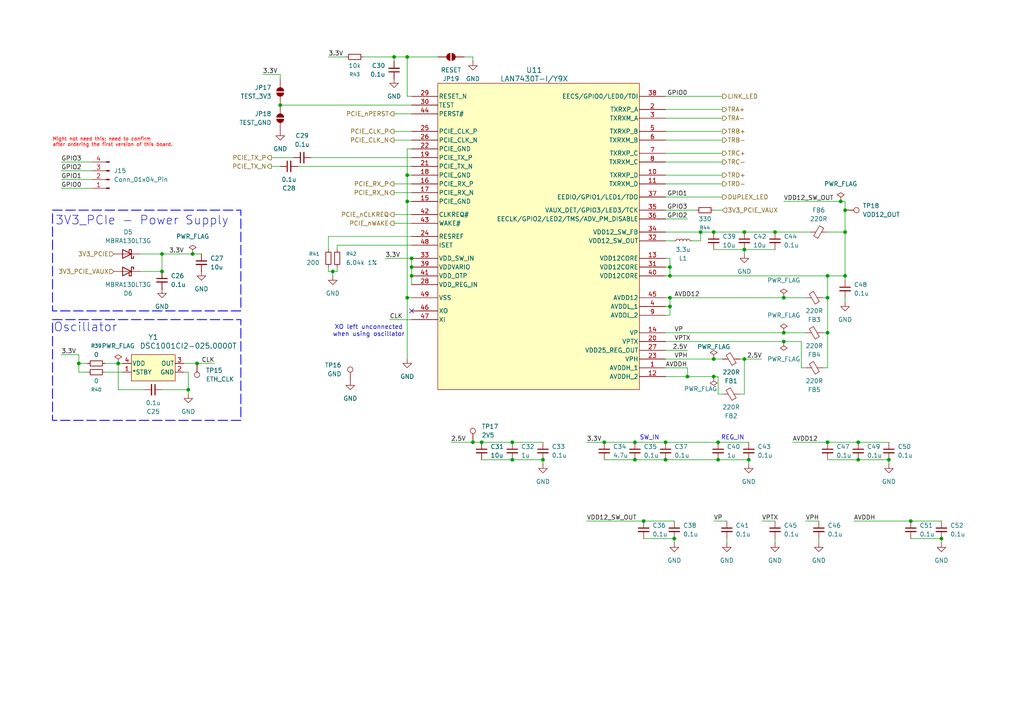
<source format=kicad_sch>
(kicad_sch (version 20250114) (generator "eeschema") (generator_version "9.0")
  (paper "A4")
  (title_block (title "PCIE-to-ethernet interface") (date "2025-10-18") (rev "0.1"))
  (lib_symbols
    (symbol "Connector:Conn_01x04_Pin" (pin_names (offset 1.016) (hide yes))
      (property "Reference" "J" (at 0 5.08 0))
      (property "Value" "Conn_01x04_Pin" (at 0 -7.62 0))
      (symbol "Conn_01x04_Pin_1_1"
        (rectangle (start 0.8636 2.667) (end 0 2.413) (stroke (width 0.1524)) (fill (type outline)))
        (rectangle (start 0.8636 0.127) (end 0 -0.127) (stroke (width 0.1524)) (fill (type outline)))
        (rectangle (start 0.8636 -2.413) (end 0 -2.667) (stroke (width 0.1524)) (fill (type outline)))
        (rectangle (start 0.8636 -4.953) (end 0 -5.207) (stroke (width 0.1524)) (fill (type outline)))
        (polyline (pts (xy 1.27 2.54) (xy 0.8636 2.54)) (stroke (width 0.1524)))
        (polyline (pts (xy 1.27 0) (xy 0.8636 0)) (stroke (width 0.1524)))
        (polyline (pts (xy 1.27 -2.54) (xy 0.8636 -2.54)) (stroke (width 0.1524)))
        (polyline (pts (xy 1.27 -5.08) (xy 0.8636 -5.08)) (stroke (width 0.1524)))
        (pin passive line (at 5.08 2.54 180) (length 3.81) (name "Pin_1") (number "1"))
        (pin passive line (at 5.08 0 180) (length 3.81) (name "Pin_2") (number "2"))
        (pin passive line (at 5.08 -2.54 180) (length 3.81) (name "Pin_3") (number "3"))
        (pin passive line (at 5.08 -5.08 180) (length 3.81) (name "Pin_4") (number "4"))
      )
    )
    (symbol "Connector:TestPoint" (pin_numbers (hide yes)) (pin_names (offset 0.762) (hide yes))
      (property "Reference" "TP" (at 0 6.858 0))
      (property "Value" "TestPoint" (at 0 5.08 0))
      (symbol "TestPoint_0_1"
        (circle (center 0 3.302) (radius 0.762))
      )
      (symbol "TestPoint_1_1"
        (pin passive line (at 0 0 90) (length 2.54) (name "1") (number "1"))
      )
    )
    (symbol "Device:C_Small" (pin_numbers (hide yes)) (pin_names (offset 0.254) (hide yes))
      (property "Reference" "C" (at 0.254 1.778 0))
      (property "Value" "C_Small" (at 0.254 -2.032 0))
      (symbol "C_Small_0_1"
        (polyline (pts (xy -1.524 0.508) (xy 1.524 0.508)) (stroke (width 0.3048)))
        (polyline (pts (xy -1.524 -0.508) (xy 1.524 -0.508)) (stroke (width 0.3302)))
      )
      (symbol "C_Small_1_1"
        (pin passive line (at 0 2.54 270) (length 2.032) (name "~") (number "1"))
        (pin passive line (at 0 -2.54 90) (length 2.032) (name "~") (number "2"))
      )
    )
    (symbol "Device:D_Schottky" (pin_numbers (hide yes)) (pin_names (offset 1.016) (hide yes))
      (property "Reference" "D" (at 0 2.54 0))
      (property "Value" "D_Schottky" (at 0 -2.54 0))
      (symbol "D_Schottky_0_1"
        (polyline (pts (xy -1.905 0.635) (xy -1.905 1.27) (xy -1.27 1.27) (xy -1.27 -1.27) (xy -0.635 -1.27) (xy -0.635 -0.635)) (stroke (width 0.254)))
        (polyline (pts (xy 1.27 1.27) (xy 1.27 -1.27) (xy -1.27 0) (xy 1.27 1.27)) (stroke (width 0.254)))
        (polyline (pts (xy 1.27 0) (xy -1.27 0)))
      )
      (symbol "D_Schottky_1_1"
        (pin passive line (at -3.81 0 0) (length 2.54) (name "K") (number "1"))
        (pin passive line (at 3.81 0 180) (length 2.54) (name "A") (number "2"))
      )
    )
    (symbol "Device:FerriteBead_Small" (pin_numbers (hide yes)) (pin_names (offset 0))
      (property "Reference" "FB" (at 1.905 1.27 0))
      (property "Value" "FerriteBead_Small" (at 1.905 -1.27 0))
      (symbol "FerriteBead_Small_0_1"
        (polyline (pts (xy -1.8288 0.2794) (xy -1.1176 1.4986) (xy 1.8288 -0.2032) (xy 1.1176 -1.4224) (xy -1.8288 0.2794)))
        (polyline (pts (xy 0 0.889) (xy 0 1.2954)))
        (polyline (pts (xy 0 -1.27) (xy 0 -0.7874)))
      )
      (symbol "FerriteBead_Small_1_1"
        (pin passive line (at 0 2.54 270) (length 1.27) (name "~") (number "1"))
        (pin passive line (at 0 -2.54 90) (length 1.27) (name "~") (number "2"))
      )
    )
    (symbol "Device:L_Small" (pin_numbers (hide yes)) (pin_names (offset 0.254) (hide yes))
      (property "Reference" "L" (at 0.762 1.016 0))
      (property "Value" "L_Small" (at 0.762 -1.016 0))
      (symbol "L_Small_0_1"
        (arc (start 0 2.032) (mid 0.5058 1.524) (end 0 1.016))
        (arc (start 0 1.016) (mid 0.5058 0.508) (end 0 0))
        (arc (start 0 0) (mid 0.5058 -0.508) (end 0 -1.016))
        (arc (start 0 -1.016) (mid 0.5058 -1.524) (end 0 -2.032))
      )
      (symbol "L_Small_1_1"
        (pin passive line (at 0 2.54 270) (length 0.508) (name "~") (number "1"))
        (pin passive line (at 0 -2.54 90) (length 0.508) (name "~") (number "2"))
      )
    )
    (symbol "Device:R_Small" (pin_numbers (hide yes)) (pin_names (offset 0.254) (hide yes))
      (property "Reference" "R" (at 0 0 90))
      (property "Value" "R_Small" (at 1.778 0 90))
      (symbol "R_Small_0_1"
        (rectangle (start -0.762 1.778) (end 0.762 -1.778) (stroke (width 0.2032)))
      )
      (symbol "R_Small_1_1"
        (pin passive line (at 0 2.54 270) (length 0.762) (name "~") (number "1"))
        (pin passive line (at 0 -2.54 90) (length 0.762) (name "~") (number "2"))
      )
    )
    (symbol "Jumper:SolderJumper_2_Open" (pin_numbers (hide yes)) (pin_names (offset 0) (hide yes)) (in_bom no)
      (property "Reference" "JP" (at 0 2.032 0))
      (property "Value" "SolderJumper_2_Open" (at 0 -2.54 0))
      (symbol "SolderJumper_2_Open_0_1"
        (polyline (pts (xy -0.254 1.016) (xy -0.254 -1.016)))
        (arc (start -0.254 -1.016) (mid -1.2656 0) (end -0.254 1.016))
        (arc (start -0.254 -1.016) (mid -1.2656 0) (end -0.254 1.016) (fill (type outline)))
        (arc (start 0.254 1.016) (mid 1.2656 0) (end 0.254 -1.016))
        (arc (start 0.254 1.016) (mid 1.2656 0) (end 0.254 -1.016) (fill (type outline)))
        (polyline (pts (xy 0.254 1.016) (xy 0.254 -1.016)))
      )
      (symbol "SolderJumper_2_Open_1_1"
        (pin passive line (at -3.81 0 0) (length 2.54) (name "A") (number "1"))
        (pin passive line (at 3.81 0 180) (length 2.54) (name "B") (number "2"))
      )
    )
    (symbol "fc-board:DSC1001CI2-025.0000T" (pin_names (offset 0.254))
      (property "Reference" "Y" (at 0 7.62 0))
      (property "Value" "DSC1001CI2-025.0000T" (at 0 5.08 0))
      (symbol "DSC1001CI2-025.0000T_1_1"
        (rectangle (start -6.35 3.81) (end 6.35 -3.81) (fill (type background)))
        (pin power_in line (at -8.89 1.27 0) (length 2.54) (name "VDD") (number "4"))
        (pin input line (at -8.89 -1.27 0) (length 2.54) (name "*STBY") (number "1"))
        (pin output line (at 8.89 1.27 180) (length 2.54) (name "OUT") (number "3"))
        (pin power_out line (at 8.89 -1.27 180) (length 2.54) (name "GND") (number "2"))
      )
    )
    (symbol "fc-board:LAN7430T-I_Y9X" (pin_names (offset 0.254))
      (property "Reference" "U" (at 0 36.83 0))
      (property "Value" "LAN7430T-I/Y9X" (at 0 34.29 0))
      (symbol "LAN7430T-I_Y9X_0_1"
        (pin input line (at -36.83 29.21 0) (length 7.62) (name "RESET_N") (number "29"))
        (pin input line (at -36.83 26.67 0) (length 7.62) (name "TEST") (number "30"))
        (pin input line (at -36.83 24.13 0) (length 7.62) (name "PERST#") (number "44"))
        (pin bidirectional line (at -36.83 -5.08 0) (length 7.62) (name "CLKREQ#") (number "42"))
        (pin bidirectional line (at -36.83 -7.62 0) (length 7.62) (name "WAKE#") (number "43"))
        (pin power_in line (at -36.83 -17.78 0) (length 7.62) (name "VDD_SW_IN") (number "33"))
        (pin power_in line (at -36.83 -20.32 0) (length 7.62) (name "VDDVARIO") (number "39"))
        (pin power_in line (at -36.83 -22.86 0) (length 7.62) (name "VDD_OTP") (number "41"))
        (pin power_in line (at -36.83 -25.4 0) (length 7.62) (name "VDD_REG_IN") (number "28"))
        (pin output line (at -36.83 -33.02 0) (length 7.62) (name "XO") (number "46"))
        (pin input line (at -36.83 -35.56 0) (length 7.62) (name "XI") (number "47"))
        (pin bidirectional line (at 36.83 29.21 180) (length 7.62) (name "EECS/GPIO0/LED0/TDI") (number "38"))
        (pin bidirectional line (at 36.83 0 180) (length 7.62) (name "EEDIO/GPIO1/LED1/TDO") (number "37"))
        (pin bidirectional line (at 36.83 -3.81 180) (length 7.62) (name "VAUX_DET/GPIO3/LED3/TCK") (number "35"))
        (pin bidirectional line (at 36.83 -6.35 180) (length 7.62) (name "EECLK/GPIO2/LED2/TMS/ADV_PM_DISABLE") (number "36"))
        (pin power_in line (at 36.83 -17.78 180) (length 7.62) (name "VDD12CORE") (number "13"))
        (pin power_in line (at 36.83 -20.32 180) (length 7.62) (name "VDD12CORE") (number "31"))
        (pin power_in line (at 36.83 -22.86 180) (length 7.62) (name "VDD12CORE") (number "40"))
        (pin power_in line (at 36.83 -29.21 180) (length 7.62) (name "AVDD12") (number "45"))
        (pin power_in line (at 36.83 -31.75 180) (length 7.62) (name "AVDDL_1") (number "4"))
        (pin power_in line (at 36.83 -34.29 180) (length 7.62) (name "AVDDL_2") (number "9"))
        (pin power_in line (at 36.83 -39.37 180) (length 7.62) (name "VP") (number "14"))
        (pin power_in line (at 36.83 -41.91 180) (length 7.62) (name "VPTX") (number "20"))
        (pin power_in line (at 36.83 -46.99 180) (length 7.62) (name "VPH") (number "23"))
        (pin power_in line (at 36.83 -49.53 180) (length 7.62) (name "AVDDH_1") (number "1"))
        (pin power_in line (at 36.83 -52.07 180) (length 7.62) (name "AVDDH_2") (number "12"))
      )
      (symbol "LAN7430T-I_Y9X_1_1"
        (rectangle (start -29.21 33.02) (end 29.21 -55.88) (fill (type background)))
        (pin passive line (at -36.83 19.05 0) (length 7.62) (name "PCIE_CLK_P") (number "25"))
        (pin passive line (at -36.83 16.51 0) (length 7.62) (name "PCIE_CLK_N") (number "26"))
        (pin power_in line (at -36.83 13.97 0) (length 7.62) (name "PCIE_GND") (number "22"))
        (pin passive line (at -36.83 11.43 0) (length 7.62) (name "PCIE_TX_P") (number "19"))
        (pin passive line (at -36.83 8.89 0) (length 7.62) (name "PCIE_TX_N") (number "21"))
        (pin power_in line (at -36.83 6.35 0) (length 7.62) (name "PCIE_GND") (number "18"))
        (pin passive line (at -36.83 3.81 0) (length 7.62) (name "PCIE_RX_P") (number "16"))
        (pin passive line (at -36.83 1.27 0) (length 7.62) (name "PCIE_RX_N") (number "17"))
        (pin power_in line (at -36.83 -1.27 0) (length 7.62) (name "PCIE_GND") (number "15"))
        (pin passive line (at -36.83 -11.43 0) (length 7.62) (name "RESREF") (number "24"))
        (pin passive line (at -36.83 -13.97 0) (length 7.62) (name "ISET") (number "48"))
        (pin power_in line (at -36.83 -29.21 0) (length 7.62) (name "VSS") (number "49"))
        (pin passive line (at 36.83 25.4 180) (length 7.62) (name "TXRXP_A") (number "2"))
        (pin passive line (at 36.83 22.86 180) (length 7.62) (name "TXRXM_A") (number "3"))
        (pin passive line (at 36.83 19.05 180) (length 7.62) (name "TXRXP_B") (number "5"))
        (pin passive line (at 36.83 16.51 180) (length 7.62) (name "TXRXM_B") (number "6"))
        (pin passive line (at 36.83 12.7 180) (length 7.62) (name "TXRXP_C") (number "7"))
        (pin passive line (at 36.83 10.16 180) (length 7.62) (name "TXRXM_C") (number "8"))
        (pin passive line (at 36.83 6.35 180) (length 7.62) (name "TXRXP_D") (number "10"))
        (pin passive line (at 36.83 3.81 180) (length 7.62) (name "TXRXM_D") (number "11"))
        (pin power_out line (at 36.83 -10.16 180) (length 7.62) (name "VDD12_SW_FB") (number "34"))
        (pin power_out line (at 36.83 -12.7 180) (length 7.62) (name "VDD12_SW_OUT") (number "32"))
        (pin power_out line (at 36.83 -44.45 180) (length 7.62) (name "VDD25_REG_OUT") (number "27"))
      )
    )
    (symbol "power:GND" (power) (pin_numbers (hide yes)) (pin_names (offset 0) (hide yes))
      (property "Value" "GND" (at 0 -3.81 0))
      (symbol "GND_0_1"
        (polyline (pts (xy 0 0) (xy 0 -1.27) (xy 1.27 -1.27) (xy 0 -2.54) (xy -1.27 -1.27) (xy 0 -1.27)))
      )
      (symbol "GND_1_1"
        (pin power_in line (at 0 0 270) (length 0) (name "~") (number "1"))
      )
    )
    (symbol "power:PWR_FLAG" (power) (pin_numbers (hide yes)) (pin_names (offset 0) (hide yes))
      (property "Value" "PWR_FLAG" (at 0 3.81 0))
      (symbol "PWR_FLAG_0_0"
        (pin power_out line (at 0 0 90) (length 0) (name "~") (number "1"))
      )
      (symbol "PWR_FLAG_0_1"
        (polyline (pts (xy 0 0) (xy 0 1.27) (xy -1.016 1.905) (xy 0 2.54) (xy 1.016 1.905) (xy 0 1.27)))
      )
    )
  )
  (rectangle (start 15.24 60.96) (end 69.85 90.17) (stroke (width 0.254) (type dash) (color 0 0 255 1)))
  (rectangle (start 15.24 92.71) (end 69.85 121.92) (stroke (width 0.254) (type dash) (color 0 0 255 1)))
  (text "3V3_PCIe - Power Supply" (at 16.002 65.532 0) (effects (font (size 2.54 2.54)) (justify left bottom)))
  (text "SW_IN" (at 191.262 127.762 0) (effects (font (size 1.27 1.27)) (justify right bottom)))
  (text "XO left unconnected\nwhen using oscillator" (at 106.934 96.012 0) (effects (font (size 1.27 1.27))))
  (text "Oscillator" (at 15.494 96.52 0) (effects (font (size 2.54 2.54)) (justify left bottom)))
  (text "Might not need this; need to confirm\nafter ordering the first version of this board." (at 15.24 42.672 0) (effects (font (size 1 1)) (justify left bottom)))
  (text "REG_IN" (at 215.9 127.762 0) (effects (font (size 1.27 1.27)) (justify right bottom)))
  (junction (at 194.31 86.36))
  (junction (at 245.11 67.31))
  (junction (at 22.86 105.41))
  (junction (at 96.52 78.74))
  (junction (at 119.38 74.93))
  (junction (at 118.11 86.36))
  (junction (at 248.92 133.35))
  (junction (at 224.79 67.31))
  (junction (at 243.84 58.42))
  (junction (at 193.04 128.27))
  (junction (at 245.11 80.01))
  (junction (at 148.59 128.27))
  (junction (at 207.01 104.14))
  (junction (at 203.2 67.31))
  (junction (at 199.39 109.22))
  (junction (at 81.28 30.48))
  (junction (at 184.15 133.35))
  (junction (at 114.3 16.51))
  (junction (at 46.99 73.66))
  (junction (at 257.81 133.35))
  (junction (at 119.38 80.01))
  (junction (at 208.28 128.27))
  (junction (at 57.15 105.41))
  (junction (at 207.01 67.31))
  (junction (at 119.38 77.47))
  (junction (at 55.88 73.66))
  (junction (at 175.26 128.27))
  (junction (at 240.03 96.52))
  (junction (at 273.05 156.21))
  (junction (at 194.31 77.47))
  (junction (at 208.28 133.35))
  (junction (at 245.11 60.96))
  (junction (at 195.58 156.21))
  (junction (at 248.92 128.27))
  (junction (at 207.01 109.22))
  (junction (at 118.11 58.42))
  (junction (at 157.48 133.35))
  (junction (at 240.03 86.36))
  (junction (at 34.29 105.41))
  (junction (at 227.33 86.36))
  (junction (at 240.03 128.27))
  (junction (at 227.33 99.06))
  (junction (at 215.9 104.14))
  (junction (at 148.59 133.35))
  (junction (at 118.11 16.51))
  (junction (at 137.16 128.27))
  (junction (at 139.7 128.27))
  (junction (at 264.16 151.13))
  (junction (at 194.31 88.9))
  (junction (at 215.9 72.39))
  (junction (at 194.31 80.01))
  (junction (at 184.15 128.27))
  (junction (at 186.69 151.13))
  (junction (at 217.17 133.35))
  (junction (at 46.99 78.74))
  (junction (at 240.03 80.01))
  (junction (at 215.9 67.31))
  (junction (at 54.61 113.03))
  (junction (at 227.33 96.52))
  (junction (at 118.11 50.8))
  (junction (at 193.04 133.35))
  (no_connect (at 119.38 90.17))
  (wire (pts (xy 227.33 96.52) (xy 233.68 96.52)))
  (wire (pts (xy 95.25 72.39) (xy 95.25 68.58)))
  (wire (pts (xy 207.01 72.39) (xy 215.9 72.39)))
  (wire (pts (xy 105.41 16.51) (xy 114.3 16.51)))
  (wire (pts (xy 95.25 78.74) (xy 96.52 78.74)))
  (wire (pts (xy 193.04 133.35) (xy 208.28 133.35)))
  (wire (pts (xy 193.04 88.9) (xy 194.31 88.9)))
  (wire (pts (xy 245.11 67.31) (xy 245.11 80.01)))
  (wire (pts (xy 193.04 50.8) (xy 209.55 50.8)))
  (wire (pts (xy 224.79 156.21) (xy 224.79 157.48)))
  (wire (pts (xy 22.86 107.95) (xy 22.86 105.41)))
  (wire (pts (xy 95.25 68.58) (xy 119.38 68.58)))
  (wire (pts (xy 55.88 73.66) (xy 58.42 73.66)))
  (wire (pts (xy 207.01 67.31) (xy 215.9 67.31)))
  (wire (pts (xy 57.15 105.41) (xy 62.23 105.41)))
  (wire (pts (xy 208.28 109.22) (xy 207.01 109.22)))
  (wire (pts (xy 243.84 58.42) (xy 227.33 58.42)))
  (wire (pts (xy 203.2 67.31) (xy 203.2 69.85)))
  (wire (pts (xy 34.29 105.41) (xy 35.56 105.41)))
  (wire (pts (xy 215.9 72.39) (xy 215.9 73.66)))
  (wire (pts (xy 215.9 104.14) (xy 215.9 114.3)))
  (wire (pts (xy 208.28 128.27) (xy 217.17 128.27)))
  (wire (pts (xy 199.39 106.68) (xy 199.39 109.22)))
  (wire (pts (xy 118.11 58.42) (xy 119.38 58.42)))
  (wire (pts (xy 118.11 16.51) (xy 127 16.51)))
  (wire (pts (xy 193.04 77.47) (xy 194.31 77.47)))
  (wire (pts (xy 193.04 74.93) (xy 194.31 74.93)))
  (wire (pts (xy 53.34 107.95) (xy 54.61 107.95)))
  (wire (pts (xy 96.52 78.74) (xy 96.52 80.01)))
  (wire (pts (xy 54.61 113.03) (xy 54.61 114.3)))
  (wire (pts (xy 193.04 106.68) (xy 199.39 106.68)))
  (wire (pts (xy 17.78 54.61) (xy 26.67 54.61)))
  (wire (pts (xy 238.76 96.52) (xy 240.03 96.52)))
  (wire (pts (xy 215.9 67.31) (xy 224.79 67.31)))
  (wire (pts (xy 264.16 156.21) (xy 273.05 156.21)))
  (wire (pts (xy 207.01 151.13) (xy 210.82 151.13)))
  (wire (pts (xy 119.38 80.01) (xy 119.38 82.55)))
  (wire (pts (xy 95.25 77.47) (xy 95.25 78.74)))
  (wire (pts (xy 96.52 78.74) (xy 97.79 78.74)))
  (wire (pts (xy 186.69 156.21) (xy 195.58 156.21)))
  (wire (pts (xy 137.16 16.51) (xy 134.62 16.51)))
  (wire (pts (xy 194.31 80.01) (xy 240.03 80.01)))
  (wire (pts (xy 240.03 128.27) (xy 248.92 128.27)))
  (wire (pts (xy 203.2 67.31) (xy 207.01 67.31)))
  (wire (pts (xy 215.9 104.14) (xy 220.98 104.14)))
  (wire (pts (xy 257.81 133.35) (xy 257.81 134.62)))
  (wire (pts (xy 227.33 99.06) (xy 232.41 99.06)))
  (wire (pts (xy 34.29 105.41) (xy 34.29 113.03)))
  (wire (pts (xy 194.31 88.9) (xy 194.31 91.44)))
  (wire (pts (xy 245.11 67.31) (xy 245.11 60.96)))
  (wire (pts (xy 207.01 60.96) (xy 209.55 60.96)))
  (wire (pts (xy 118.11 86.36) (xy 118.11 104.14)))
  (wire (pts (xy 157.48 133.35) (xy 157.48 134.62)))
  (wire (pts (xy 114.3 62.23) (xy 119.38 62.23)))
  (wire (pts (xy 78.74 45.72) (xy 85.09 45.72)))
  (wire (pts (xy 194.31 77.47) (xy 194.31 80.01)))
  (wire (pts (xy 194.31 74.93) (xy 194.31 77.47)))
  (wire (pts (xy 238.76 86.36) (xy 240.03 86.36)))
  (wire (pts (xy 97.79 77.47) (xy 97.79 78.74)))
  (wire (pts (xy 114.3 38.1) (xy 119.38 38.1)))
  (wire (pts (xy 232.41 106.68) (xy 232.41 99.06)))
  (wire (pts (xy 193.04 80.01) (xy 194.31 80.01)))
  (wire (pts (xy 193.04 63.5) (xy 199.39 63.5)))
  (wire (pts (xy 81.28 21.59) (xy 81.28 22.86)))
  (wire (pts (xy 193.04 104.14) (xy 207.01 104.14)))
  (wire (pts (xy 90.17 45.72) (xy 119.38 45.72)))
  (wire (pts (xy 207.01 104.14) (xy 209.55 104.14)))
  (wire (pts (xy 224.79 67.31) (xy 234.95 67.31)))
  (wire (pts (xy 245.11 60.96) (xy 245.11 58.42)))
  (wire (pts (xy 17.78 49.53) (xy 26.67 49.53)))
  (wire (pts (xy 119.38 27.94) (xy 118.11 27.94)))
  (wire (pts (xy 232.41 106.68) (xy 233.68 106.68)))
  (wire (pts (xy 170.18 128.27) (xy 175.26 128.27)))
  (wire (pts (xy 193.04 91.44) (xy 194.31 91.44)))
  (wire (pts (xy 240.03 80.01) (xy 240.03 86.36)))
  (wire (pts (xy 240.03 133.35) (xy 248.92 133.35)))
  (wire (pts (xy 248.92 128.27) (xy 257.81 128.27)))
  (wire (pts (xy 30.48 105.41) (xy 34.29 105.41)))
  (wire (pts (xy 227.33 86.36) (xy 233.68 86.36)))
  (wire (pts (xy 118.11 43.18) (xy 118.11 50.8)))
  (wire (pts (xy 193.04 69.85) (xy 195.58 69.85)))
  (wire (pts (xy 193.04 96.52) (xy 227.33 96.52)))
  (wire (pts (xy 208.28 114.3) (xy 209.55 114.3)))
  (wire (pts (xy 78.74 48.26) (xy 81.28 48.26)))
  (wire (pts (xy 193.04 34.29) (xy 209.55 34.29)))
  (wire (pts (xy 137.16 17.78) (xy 137.16 16.51)))
  (wire (pts (xy 193.04 101.6) (xy 199.39 101.6)))
  (wire (pts (xy 217.17 133.35) (xy 217.17 134.62)))
  (wire (pts (xy 193.04 38.1) (xy 209.55 38.1)))
  (wire (pts (xy 186.69 151.13) (xy 195.58 151.13)))
  (wire (pts (xy 220.98 151.13) (xy 224.79 151.13)))
  (wire (pts (xy 193.04 46.99) (xy 209.55 46.99)))
  (wire (pts (xy 111.76 74.93) (xy 119.38 74.93)))
  (wire (pts (xy 175.26 133.35) (xy 184.15 133.35)))
  (wire (pts (xy 193.04 27.94) (xy 209.55 27.94)))
  (wire (pts (xy 22.86 105.41) (xy 25.4 105.41)))
  (wire (pts (xy 208.28 133.35) (xy 217.17 133.35)))
  (wire (pts (xy 81.28 30.48) (xy 119.38 30.48)))
  (wire (pts (xy 193.04 53.34) (xy 209.55 53.34)))
  (wire (pts (xy 17.78 46.99) (xy 26.67 46.99)))
  (wire (pts (xy 119.38 43.18) (xy 118.11 43.18)))
  (wire (pts (xy 215.9 72.39) (xy 224.79 72.39)))
  (wire (pts (xy 25.4 107.95) (xy 22.86 107.95)))
  (wire (pts (xy 210.82 156.21) (xy 210.82 157.48)))
  (wire (pts (xy 193.04 60.96) (xy 201.93 60.96)))
  (wire (pts (xy 17.78 102.87) (xy 22.86 102.87)))
  (wire (pts (xy 30.48 107.95) (xy 35.56 107.95)))
  (wire (pts (xy 214.63 104.14) (xy 215.9 104.14)))
  (wire (pts (xy 17.78 52.07) (xy 26.67 52.07)))
  (wire (pts (xy 97.79 71.12) (xy 97.79 72.39)))
  (wire (pts (xy 229.87 128.27) (xy 240.03 128.27)))
  (wire (pts (xy 148.59 128.27) (xy 157.48 128.27)))
  (wire (pts (xy 208.28 109.22) (xy 208.28 114.3)))
  (wire (pts (xy 114.3 64.77) (xy 119.38 64.77)))
  (wire (pts (xy 76.2 21.59) (xy 81.28 21.59)))
  (wire (pts (xy 233.68 151.13) (xy 237.49 151.13)))
  (wire (pts (xy 193.04 44.45) (xy 209.55 44.45)))
  (wire (pts (xy 273.05 156.21) (xy 273.05 157.48)))
  (wire (pts (xy 137.16 128.27) (xy 139.7 128.27)))
  (wire (pts (xy 193.04 99.06) (xy 227.33 99.06)))
  (wire (pts (xy 193.04 128.27) (xy 208.28 128.27)))
  (wire (pts (xy 245.11 80.01) (xy 245.11 81.28)))
  (wire (pts (xy 214.63 114.3) (xy 215.9 114.3)))
  (wire (pts (xy 195.58 156.21) (xy 195.58 157.48)))
  (wire (pts (xy 40.64 73.66) (xy 46.99 73.66)))
  (wire (pts (xy 114.3 40.64) (xy 119.38 40.64)))
  (wire (pts (xy 118.11 50.8) (xy 119.38 50.8)))
  (wire (pts (xy 194.31 86.36) (xy 227.33 86.36)))
  (wire (pts (xy 139.7 133.35) (xy 148.59 133.35)))
  (wire (pts (xy 170.18 151.13) (xy 186.69 151.13)))
  (wire (pts (xy 114.3 55.88) (xy 119.38 55.88)))
  (wire (pts (xy 238.76 106.68) (xy 240.03 106.68)))
  (wire (pts (xy 46.99 73.66) (xy 55.88 73.66)))
  (wire (pts (xy 113.03 92.71) (xy 119.38 92.71)))
  (wire (pts (xy 248.92 133.35) (xy 257.81 133.35)))
  (wire (pts (xy 119.38 74.93) (xy 119.38 77.47)))
  (wire (pts (xy 118.11 58.42) (xy 118.11 86.36)))
  (wire (pts (xy 118.11 86.36) (xy 119.38 86.36)))
  (wire (pts (xy 247.65 151.13) (xy 264.16 151.13)))
  (wire (pts (xy 118.11 50.8) (xy 118.11 58.42)))
  (wire (pts (xy 119.38 71.12) (xy 97.79 71.12)))
  (wire (pts (xy 148.59 133.35) (xy 157.48 133.35)))
  (wire (pts (xy 240.03 80.01) (xy 245.11 80.01)))
  (wire (pts (xy 200.66 69.85) (xy 203.2 69.85)))
  (wire (pts (xy 194.31 86.36) (xy 194.31 88.9)))
  (wire (pts (xy 114.3 33.02) (xy 119.38 33.02)))
  (wire (pts (xy 193.04 57.15) (xy 209.55 57.15)))
  (wire (pts (xy 86.36 48.26) (xy 119.38 48.26)))
  (wire (pts (xy 114.3 16.51) (xy 114.3 17.78)))
  (wire (pts (xy 175.26 128.27) (xy 184.15 128.27)))
  (wire (pts (xy 184.15 128.27) (xy 193.04 128.27)))
  (wire (pts (xy 46.99 73.66) (xy 46.99 78.74)))
  (wire (pts (xy 118.11 16.51) (xy 118.11 27.94)))
  (wire (pts (xy 240.03 67.31) (xy 245.11 67.31)))
  (wire (pts (xy 240.03 86.36) (xy 240.03 96.52)))
  (wire (pts (xy 193.04 40.64) (xy 209.55 40.64)))
  (wire (pts (xy 193.04 67.31) (xy 203.2 67.31)))
  (wire (pts (xy 119.38 77.47) (xy 119.38 80.01)))
  (wire (pts (xy 245.11 86.36) (xy 245.11 87.63)))
  (wire (pts (xy 245.11 58.42) (xy 243.84 58.42)))
  (wire (pts (xy 54.61 113.03) (xy 54.61 107.95)))
  (wire (pts (xy 114.3 53.34) (xy 119.38 53.34)))
  (wire (pts (xy 53.34 105.41) (xy 57.15 105.41)))
  (wire (pts (xy 207.01 109.22) (xy 199.39 109.22)))
  (wire (pts (xy 130.81 128.27) (xy 137.16 128.27)))
  (wire (pts (xy 40.64 78.74) (xy 46.99 78.74)))
  (wire (pts (xy 22.86 105.41) (xy 22.86 102.87)))
  (wire (pts (xy 193.04 31.75) (xy 209.55 31.75)))
  (wire (pts (xy 139.7 128.27) (xy 148.59 128.27)))
  (wire (pts (xy 114.3 16.51) (xy 118.11 16.51)))
  (wire (pts (xy 184.15 133.35) (xy 193.04 133.35)))
  (wire (pts (xy 237.49 156.21) (xy 237.49 157.48)))
  (wire (pts (xy 34.29 113.03) (xy 41.91 113.03)))
  (wire (pts (xy 95.25 16.51) (xy 100.33 16.51)))
  (wire (pts (xy 193.04 109.22) (xy 199.39 109.22)))
  (wire (pts (xy 264.16 151.13) (xy 273.05 151.13)))
  (wire (pts (xy 194.31 86.36) (xy 193.04 86.36)))
  (wire (pts (xy 240.03 96.52) (xy 240.03 106.68)))
  (wire (pts (xy 46.99 113.03) (xy 54.61 113.03)))
  (label "3.3V" (at 95.25 16.51 0))
  (label "3.3V" (at 17.78 102.87 0))
  (label "2.5V" (at 199.39 101.6 180))
  (label "VPH" (at 195.58 104.14 0))
  (label "AVDD12" (at 229.87 128.27 0))
  (label "3.3V" (at 76.2 21.59 0))
  (label "GPIO0" (at 199.39 27.94 180))
  (label "AVDD12" (at 195.58 86.36 0))
  (label "GPIO0" (at 17.78 54.61 0))
  (label "3.3V" (at 170.18 128.27 0))
  (label "CLK" (at 62.23 105.41 180))
  (label "2.5V" (at 220.98 104.14 180))
  (label "GPIO3" (at 199.39 60.96 180))
  (label "VDD12_SW_OUT" (at 170.18 151.13 0))
  (label "VPTX" (at 195.58 99.06 0))
  (label "CLK" (at 113.03 92.71 0))
  (label "3.3V" (at 53.34 73.66 180))
  (label "GPIO3" (at 17.78 46.99 0))
  (label "2.5V" (at 130.81 128.27 0))
  (label "GPIO2" (at 199.39 63.5 180))
  (label "AVDDH" (at 193.04 106.68 0))
  (label "GPIO1" (at 17.78 52.07 0))
  (label "GPIO2" (at 17.78 49.53 0))
  (label "GPIO1" (at 199.39 57.15 180))
  (label "VPH" (at 233.68 151.13 0))
  (label "VP" (at 207.01 151.13 0))
  (label "3.3V" (at 111.76 74.93 0))
  (label "VP" (at 195.58 96.52 0))
  (label "VPTX" (at 220.98 151.13 0))
  (label "VDD12_SW_OUT" (at 227.33 58.42 0))
  (label "AVDDH" (at 247.65 151.13 0))
  (hierarchical_label "3V3_PCIE_VAUX" (shape input) (at 209.55 60.96 0))
  (hierarchical_label "TRB-" (shape output) (at 209.55 40.64 0))
  (hierarchical_label "LINK_LED" (shape output) (at 209.55 27.94 0))
  (hierarchical_label "PCIE_RX_N" (shape output) (at 114.3 55.88 180))
  (hierarchical_label "PCIE_nPERST" (shape output) (at 114.3 33.02 180))
  (hierarchical_label "TRA-" (shape output) (at 209.55 34.29 0))
  (hierarchical_label "PCIE_CLK_P" (shape output) (at 114.3 38.1 180))
  (hierarchical_label "3V3_PCIE" (shape input) (at 33.02 73.66 180))
  (hierarchical_label "PCIE_nCLKREQ" (shape output) (at 114.3 62.23 180))
  (hierarchical_label "TRC+" (shape output) (at 209.55 44.45 0))
  (hierarchical_label "PCIE_RX_P" (shape output) (at 114.3 53.34 180))
  (hierarchical_label "PCIE_TX_P" (shape output) (at 78.74 45.72 180))
  (hierarchical_label "PCIE_nWAKE" (shape output) (at 114.3 64.77 180))
  (hierarchical_label "TRB+" (shape output) (at 209.55 38.1 0))
  (hierarchical_label "PCIE_CLK_N" (shape output) (at 114.3 40.64 180))
  (hierarchical_label "TRD-" (shape output) (at 209.55 53.34 0))
  (hierarchical_label "DUPLEX_LED" (shape output) (at 209.55 57.15 0))
  (hierarchical_label "TRD+" (shape output) (at 209.55 50.8 0))
  (hierarchical_label "PCIE_TX_N" (shape output) (at 78.74 48.26 180))
  (hierarchical_label "3V3_PCIE_VAUX" (shape input) (at 33.02 78.74 180))
  (hierarchical_label "TRC-" (shape output) (at 209.55 46.99 0))
  (hierarchical_label "TRA+" (shape output) (at 209.55 31.75 0))
  (symbol (lib_id "power:GND") (at 137.16 17.78 0) (unit 1)
    (property "Reference" "#PWR072" (effects (hide yes)))
    (property "Value" "GND" (at 137.16 22.86 0))
    (property "Description" "Power symbol creates a global label with name \"GND\" , ground" (effects (hide yes)))
  )
  (symbol (lib_id "fc-board:DSC1001CI2-025.0000T") (at 44.45 106.68 0) (unit 1)
    (property "Reference" "Y1" (at 44.45 97.79 0) (effects (font (size 1.524 1.524))))
    (property "Value" "DSC1001CI2-025.0000T" (at 54.61 100.33 0) (effects (font (size 1.524 1.524))))
    (property "Footprint" "fc-board:DSC1001CI2-025-0000T" (effects (hide yes)))
    (property "Datasheet" "https://www.mouser.com/datasheet/3/282/1/DSC1001-3-4-1.8V-3.3V-Low-Power-Precision-CMOS-Oscillators-DS20005529.pdf" (effects (hide yes)))
  )
  (symbol (lib_id "Device:C_Small") (at 245.11 83.82 0) (unit 1)
    (property "Reference" "C48" (at 247.65 82.5562 0) (effects (justify left)))
    (property "Value" "0.1u" (at 247.65 85.0962 0) (effects (justify left)))
    (property "Footprint" "Capacitor_SMD:C_0805_2012Metric" (effects (hide yes)))
    (property "Datasheet" "https://content.kemet.com/datasheets/KEM_C1086_U2J.pdf" (effects (hide yes)))
    (property "Description" "C0805C104J4JACAUTO" (effects (hide yes)))
  )
  (symbol (lib_id "Device:C_Small") (at 139.7 130.81 0) (unit 1)
    (property "Reference" "C31" (at 142.24 129.5462 0) (effects (justify left)))
    (property "Value" "10u" (at 142.24 132.0862 0) (effects (justify left)))
    (property "Footprint" "Capacitor_SMD:C_0805_2012Metric" (effects (hide yes)))
    (property "Datasheet" "https://www.yageogroup.com/content/datasheet/asset/file/KEM_C1023_X7R_AUTO_SMD" (effects (hide yes)))
    (property "Description" "C0805C106K8RACAUTO" (effects (hide yes)))
  )
  (symbol (lib_id "power:GND") (at 217.17 134.62 0) (unit 1)
    (property "Reference" "#PWR077" (effects (hide yes)))
    (property "Value" "GND" (at 217.17 139.7 0))
    (property "Description" "Power symbol creates a global label with name \"GND\" , ground" (effects (hide yes)))
  )
  (symbol (lib_id "Device:R_Small") (at 27.94 105.41 270) (unit 1)
    (property "Reference" "R39" (at 27.94 100.33 90) (effects (font (size 1.016 1.016))))
    (property "Value" "0" (at 27.94 102.87 90))
    (property "Footprint" "Resistor_SMD:R_0805_2012Metric" (effects (hide yes)))
    (property "Description" "Resistor, small symbol" (effects (hide yes)))
  )
  (symbol (lib_id "Device:C_Small") (at 207.01 69.85 0) (mirror y) (unit 1)
    (property "Reference" "C39" (at 209.55 68.5862 0) (effects (justify right)))
    (property "Value" "10u" (at 209.55 71.1262 0) (effects (justify right)))
    (property "Footprint" "Capacitor_SMD:C_0805_2012Metric" (effects (hide yes)))
    (property "Datasheet" "https://www.yageogroup.com/content/datasheet/asset/file/KEM_C1023_X7R_AUTO_SMD" (effects (hide yes)))
    (property "Description" "C0805C106K8RACAUTO" (effects (hide yes)))
  )
  (symbol (lib_id "Device:FerriteBead_Small") (at 236.22 86.36 90) (mirror x) (unit 1)
    (property "Reference" "FB3" (at 236.1819 92.71 90))
    (property "Value" "220R" (at 236.1819 90.17 90))
    (property "Footprint" "Inductor_SMD:L_0805_2012Metric" (effects (hide yes)))
    (property "Description" "Ferrite bead, small symbol" (effects (hide yes)))
  )
  (symbol (lib_id "power:GND") (at 96.52 80.01 0) (unit 1)
    (property "Reference" "#PWR068" (effects (hide yes)))
    (property "Value" "GND" (at 96.52 85.09 0))
    (property "Description" "Power symbol creates a global label with name \"GND\" , ground" (effects (hide yes)))
  )
  (symbol (lib_id "power:GND") (at 118.11 104.14 0) (unit 1)
    (property "Reference" "#PWR071" (effects (hide yes)))
    (property "Value" "GND" (at 118.11 109.22 0))
    (property "Description" "Power symbol creates a global label with name \"GND\" , ground" (effects (hide yes)))
  )
  (symbol (lib_id "Device:R_Small") (at 97.79 74.93 0) (mirror y) (unit 1)
    (property "Reference" "R42" (at 100.33 73.6599 0) (effects (font (size 1.016 1.016)) (justify right)))
    (property "Value" "6.04k 1%" (at 100.33 76.1999 0) (effects (justify right)))
    (property "Footprint" "Resistor_SMD:R_0805_2012Metric" (effects (hide yes)))
    (property "Description" "Resistor, small symbol" (effects (hide yes)))
    (property "Tolerance" "1%" (effects (hide yes)))
  )
  (symbol (lib_id "Device:FerriteBead_Small") (at 212.09 114.3 90) (mirror x) (unit 1)
    (property "Reference" "FB2" (at 212.0519 120.65 90))
    (property "Value" "220R" (at 212.0519 118.11 90))
    (property "Footprint" "Inductor_SMD:L_0805_2012Metric" (effects (hide yes)))
    (property "Description" "Ferrite bead, small symbol" (effects (hide yes)))
  )
  (symbol (lib_id "Device:C_Small") (at 44.45 113.03 270) (unit 1)
    (property "Reference" "C25" (at 44.4436 119.38 90))
    (property "Value" "0.1u" (at 44.4436 116.84 90))
    (property "Footprint" "Capacitor_SMD:C_0805_2012Metric" (effects (hide yes)))
    (property "Datasheet" "https://content.kemet.com/datasheets/KEM_C1086_U2J.pdf" (effects (hide yes)))
    (property "Description" "C0805C104J4JACAUTO" (effects (hide yes)))
  )
  (symbol (lib_id "Device:C_Small") (at 157.48 130.81 0) (unit 1)
    (property "Reference" "C33" (at 160.02 129.5462 0) (effects (justify left)))
    (property "Value" "0.1u" (at 160.02 132.0862 0) (effects (justify left)))
    (property "Footprint" "Capacitor_SMD:C_0805_2012Metric" (effects (hide yes)))
    (property "Datasheet" "https://content.kemet.com/datasheets/KEM_C1086_U2J.pdf" (effects (hide yes)))
    (property "Description" "C0805C104J4JACAUTO" (effects (hide yes)))
  )
  (symbol (lib_id "Jumper:SolderJumper_2_Open") (at 130.81 16.51 0) (unit 1) (in_bom no)
    (property "Reference" "JP19" (at 130.81 22.86 0))
    (property "Value" "RESET" (at 130.81 20.32 0))
    (property "Footprint" "Jumper:SolderJumper-2_P1.3mm_Open_Pad1.0x1.5mm" (effects (hide yes)))
    (property "Description" "Solder Jumper, 2-pole, open" (effects (hide yes)))
  )
  (symbol (lib_id "power:GND") (at 54.61 114.3 0) (unit 1)
    (property "Reference" "#PWR065" (effects (hide yes)))
    (property "Value" "GND" (at 54.61 119.38 0))
    (property "Description" "Power symbol creates a global label with name \"GND\" , ground" (effects (hide yes)))
  )
  (symbol (lib_id "Device:C_Small") (at 257.81 130.81 0) (unit 1)
    (property "Reference" "C50" (at 260.35 129.5462 0) (effects (justify left)))
    (property "Value" "0.1u" (at 260.35 132.0862 0) (effects (justify left)))
    (property "Footprint" "Capacitor_SMD:C_0805_2012Metric" (effects (hide yes)))
    (property "Datasheet" "https://content.kemet.com/datasheets/KEM_C1086_U2J.pdf" (effects (hide yes)))
    (property "Description" "C0805C104J4JACAUTO" (effects (hide yes)))
  )
  (symbol (lib_id "power:GND") (at 46.99 83.82 0) (unit 1)
    (property "Reference" "#PWR064" (effects (hide yes)))
    (property "Value" "GND" (at 46.99 88.9 0))
    (property "Description" "Power symbol creates a global label with name \"GND\" , ground" (effects (hide yes)))
  )
  (symbol (lib_id "Device:R_Small") (at 95.25 74.93 0) (unit 1)
    (property "Reference" "R41" (at 92.71 73.6599 0) (effects (font (size 1.016 1.016)) (justify right)))
    (property "Value" "200" (at 92.71 76.1999 0) (effects (justify right)))
    (property "Footprint" "Resistor_SMD:R_0805_2012Metric" (effects (hide yes)))
    (property "Description" "Resistor, small symbol" (effects (hide yes)))
  )
  (symbol (lib_id "Connector:TestPoint") (at 101.6 110.49 0) (mirror y) (unit 1)
    (property "Reference" "TP16" (at 99.06 105.9179 0) (effects (justify left)))
    (property "Value" "GND" (at 99.06 108.4579 0) (effects (justify left)))
    (property "Footprint" "fc-board:TestPoint_THTPad_D2.0mm_Drill1.0mm_JLCrules" (effects (hide yes)))
    (property "Description" "test point" (effects (hide yes)))
  )
  (symbol (lib_id "Device:C_Small") (at 195.58 153.67 0) (unit 1)
    (property "Reference" "C38" (at 198.12 152.4062 0) (effects (justify left)))
    (property "Value" "0.1u" (at 198.12 154.9462 0) (effects (justify left)))
    (property "Footprint" "Capacitor_SMD:C_0805_2012Metric" (effects (hide yes)))
    (property "Datasheet" "https://content.kemet.com/datasheets/KEM_C1086_U2J.pdf" (effects (hide yes)))
    (property "Description" "C0805C104J4JACAUTO" (effects (hide yes)))
  )
  (symbol (lib_id "Device:C_Small") (at 186.69 153.67 0) (unit 1)
    (property "Reference" "C36" (at 189.23 152.4062 0) (effects (justify left)))
    (property "Value" "0.1u" (at 189.23 154.9462 0) (effects (justify left)))
    (property "Footprint" "Capacitor_SMD:C_0805_2012Metric" (effects (hide yes)))
    (property "Datasheet" "https://content.kemet.com/datasheets/KEM_C1086_U2J.pdf" (effects (hide yes)))
    (property "Description" "C0805C104J4JACAUTO" (effects (hide yes)))
  )
  (symbol (lib_id "Device:C_Small") (at 210.82 153.67 0) (unit 1)
    (property "Reference" "C41" (at 213.36 152.4062 0) (effects (justify left)))
    (property "Value" "0.1u" (at 213.36 154.9462 0) (effects (justify left)))
    (property "Footprint" "Capacitor_SMD:C_0805_2012Metric" (effects (hide yes)))
    (property "Datasheet" "https://content.kemet.com/datasheets/KEM_C1086_U2J.pdf" (effects (hide yes)))
    (property "Description" "C0805C104J4JACAUTO" (effects (hide yes)))
  )
  (symbol (lib_id "Device:C_Small") (at 208.28 130.81 0) (unit 1)
    (property "Reference" "C40" (at 210.82 129.5462 0) (effects (justify left)))
    (property "Value" "1u" (at 210.82 132.0862 0) (effects (justify left)))
    (property "Footprint" "Capacitor_SMD:C_0805_2012Metric" (effects (hide yes)))
    (property "Description" "Unpolarized capacitor, small symbol" (effects (hide yes)))
  )
  (symbol (lib_id "power:GND") (at 81.28 38.1 0) (unit 1)
    (property "Reference" "#PWR067" (effects (hide yes)))
    (property "Value" "GND" (at 81.28 43.18 0))
    (property "Description" "Power symbol creates a global label with name \"GND\" , ground" (effects (hide yes)))
  )
  (symbol (lib_id "power:PWR_FLAG") (at 227.33 99.06 180) (unit 1)
    (property "Reference" "#FLG09" (effects (hide yes)))
    (property "Value" "PWR_FLAG" (at 227.33 104.14 0))
    (property "Description" "Special symbol for telling ERC where power comes from" (effects (hide yes)))
  )
  (symbol (lib_id "Device:FerriteBead_Small") (at 212.09 104.14 90) (mirror x) (unit 1)
    (property "Reference" "FB1" (at 212.0519 110.49 90))
    (property "Value" "220R" (at 212.09 107.95 90))
    (property "Footprint" "Inductor_SMD:L_0805_2012Metric" (effects (hide yes)))
    (property "Description" "Ferrite bead, small symbol" (effects (hide yes)))
  )
  (symbol (lib_id "power:GND") (at 237.49 157.48 0) (unit 1)
    (property "Reference" "#PWR079" (effects (hide yes)))
    (property "Value" "GND" (at 237.49 162.56 0))
    (property "Description" "Power symbol creates a global label with name \"GND\" , ground" (effects (hide yes)))
  )
  (symbol (lib_id "power:GND") (at 215.9 73.66 0) (unit 1)
    (property "Reference" "#PWR076" (effects (hide yes)))
    (property "Value" "GND" (at 215.9 78.74 0))
    (property "Description" "Power symbol creates a global label with name \"GND\" , ground" (effects (hide yes)))
  )
  (symbol (lib_id "Jumper:SolderJumper_2_Open") (at 81.28 34.29 90) (unit 1) (in_bom no)
    (property "Reference" "JP18" (at 78.74 33.0199 90) (effects (justify left)))
    (property "Value" "TEST_GND" (at 78.74 35.5599 90) (effects (justify left)))
    (property "Footprint" "Jumper:SolderJumper-2_P1.3mm_Open_Pad1.0x1.5mm" (effects (hide yes)))
    (property "Description" "Solder Jumper, 2-pole, open" (effects (hide yes)))
  )
  (symbol (lib_id "Connector:TestPoint") (at 137.16 128.27 0) (unit 1)
    (property "Reference" "TP17" (at 139.7 123.6979 0) (effects (justify left)))
    (property "Value" "2V5" (at 139.7 126.2379 0) (effects (justify left)))
    (property "Footprint" "fc-board:TestPoint_THTPad_D2.0mm_Drill1.0mm_JLCrules" (effects (hide yes)))
    (property "Description" "test point" (effects (hide yes)))
  )
  (symbol (lib_id "power:GND") (at 114.3 22.86 0) (unit 1)
    (property "Reference" "#PWR070" (effects (hide yes)))
    (property "Value" "GND" (at 114.3 27.94 0))
    (property "Description" "Power symbol creates a global label with name \"GND\" , ground" (effects (hide yes)))
  )
  (symbol (lib_id "Device:D_Schottky") (at 36.83 78.74 0) (mirror y) (unit 1)
    (property "Reference" "D6" (at 37.1475 85.09 0))
    (property "Value" "MBRA130LT3G" (at 37.1475 82.55 0))
    (property "Footprint" "Diode_SMD:D_SMA" (effects (hide yes)))
    (property "Datasheet" "https://www.onsemi.com/pdf/datasheet/mbra130lt3-d.pdf" (effects (hide yes)))
    (property "Description" "Schottky diode" (effects (hide yes)))
  )
  (symbol (lib_id "power:GND") (at 257.81 134.62 0) (unit 1)
    (property "Reference" "#PWR081" (effects (hide yes)))
    (property "Value" "GND" (at 257.81 139.7 0))
    (property "Description" "Power symbol creates a global label with name \"GND\" , ground" (effects (hide yes)))
  )
  (symbol (lib_id "Device:C_Small") (at 224.79 69.85 0) (mirror y) (unit 1)
    (property "Reference" "C44" (at 227.33 68.5862 0) (effects (justify right)))
    (property "Value" "0.1u" (at 227.33 71.1262 0) (effects (justify right)))
    (property "Footprint" "Capacitor_SMD:C_0805_2012Metric" (effects (hide yes)))
    (property "Datasheet" "https://content.kemet.com/datasheets/KEM_C1086_U2J.pdf" (effects (hide yes)))
    (property "Description" "C0805C104J4JACAUTO" (effects (hide yes)))
  )
  (symbol (lib_id "power:PWR_FLAG") (at 243.84 58.42 0) (unit 1)
    (property "Reference" "#FLG010" (effects (hide yes)))
    (property "Value" "PWR_FLAG" (at 243.84 53.34 0))
    (property "Description" "Special symbol for telling ERC where power comes from" (effects (hide yes)))
  )
  (symbol (lib_id "power:GND") (at 245.11 87.63 0) (unit 1)
    (property "Reference" "#PWR080" (effects (hide yes)))
    (property "Value" "GND" (at 245.11 92.71 0))
    (property "Description" "Power symbol creates a global label with name \"GND\" , ground" (effects (hide yes)))
  )
  (symbol (lib_id "Jumper:SolderJumper_2_Open") (at 81.28 26.67 90) (unit 1) (in_bom no)
    (property "Reference" "JP17" (at 78.74 25.3999 90) (effects (justify left)))
    (property "Value" "TEST_3V3" (at 78.74 27.9399 90) (effects (justify left)))
    (property "Footprint" "Jumper:SolderJumper-2_P1.3mm_Open_Pad1.0x1.5mm" (effects (hide yes)))
    (property "Description" "Solder Jumper, 2-pole, open" (effects (hide yes)))
  )
  (symbol (lib_id "Device:R_Small") (at 204.47 60.96 90) (mirror x) (unit 1)
    (property "Reference" "R44" (at 204.47 66.04 90) (effects (font (size 1.016 1.016))))
    (property "Value" "330" (at 204.47 63.5 90))
    (property "Footprint" "Resistor_SMD:R_0805_2012Metric" (effects (hide yes)))
    (property "Description" "Resistor, small symbol" (effects (hide yes)))
  )
  (symbol (lib_id "Device:R_Small") (at 27.94 107.95 270) (unit 1)
    (property "Reference" "R40" (at 27.94 113.03 90) (effects (font (size 1.016 1.016))))
    (property "Value" "0" (at 27.94 110.49 90))
    (property "Footprint" "Resistor_SMD:R_0805_2012Metric" (effects (hide yes)))
    (property "Description" "Resistor, small symbol" (effects (hide yes)))
  )
  (symbol (lib_id "power:GND") (at 273.05 157.48 0) (unit 1)
    (property "Reference" "#PWR082" (effects (hide yes)))
    (property "Value" "GND" (at 273.05 162.56 0))
    (property "Description" "Power symbol creates a global label with name \"GND\" , ground" (effects (hide yes)))
  )
  (symbol (lib_id "Device:C_Small") (at 217.17 130.81 0) (unit 1)
    (property "Reference" "C43" (at 219.71 129.5462 0) (effects (justify left)))
    (property "Value" "0.1u" (at 219.71 132.0862 0) (effects (justify left)))
    (property "Footprint" "Capacitor_SMD:C_0805_2012Metric" (effects (hide yes)))
    (property "Datasheet" "https://content.kemet.com/datasheets/KEM_C1086_U2J.pdf" (effects (hide yes)))
    (property "Description" "C0805C104J4JACAUTO" (effects (hide yes)))
  )
  (symbol (lib_id "Device:C_Small") (at 237.49 153.67 0) (unit 1)
    (property "Reference" "C46" (at 240.03 152.4062 0) (effects (justify left)))
    (property "Value" "0.1u" (at 240.03 154.9462 0) (effects (justify left)))
    (property "Footprint" "Capacitor_SMD:C_0805_2012Metric" (effects (hide yes)))
    (property "Datasheet" "https://content.kemet.com/datasheets/KEM_C1086_U2J.pdf" (effects (hide yes)))
    (property "Description" "C0805C104J4JACAUTO" (effects (hide yes)))
  )
  (symbol (lib_id "Connector:Conn_01x04_Pin") (at 31.75 52.07 180) (unit 1)
    (property "Reference" "J15" (at 33.02 49.5299 0) (effects (justify right)))
    (property "Value" "Conn_01x04_Pin" (at 33.02 52.0699 0) (effects (justify right)))
    (property "Footprint" "Connector_PinHeader_2.54mm:PinHeader_1x04_P2.54mm_Vertical" (effects (hide yes)))
    (property "Description" "Generic connector, single row, 01x04, script generated" (effects (hide yes)))
  )
  (symbol (lib_id "Device:R_Small") (at 102.87 16.51 90) (unit 1)
    (property "Reference" "R43" (at 102.87 21.59 90) (effects (font (size 1.016 1.016))))
    (property "Value" "10k" (at 102.87 19.05 90))
    (property "Footprint" "Resistor_SMD:R_0805_2012Metric" (effects (hide yes)))
    (property "Description" "Resistor, small symbol" (effects (hide yes)))
  )
  (symbol (lib_id "power:PWR_FLAG") (at 207.01 104.14 0) (unit 1)
    (property "Reference" "#FLG05" (effects (hide yes)))
    (property "Value" "PWR_FLAG" (at 207.01 100.584 0))
    (property "Description" "Special symbol for telling ERC where power comes from" (effects (hide yes)))
  )
  (symbol (lib_id "Device:C_Small") (at 273.05 153.67 0) (unit 1)
    (property "Reference" "C52" (at 275.59 152.4062 0) (effects (justify left)))
    (property "Value" "0.1u" (at 275.59 154.9462 0) (effects (justify left)))
    (property "Footprint" "Capacitor_SMD:C_0805_2012Metric" (effects (hide yes)))
    (property "Datasheet" "https://content.kemet.com/datasheets/KEM_C1086_U2J.pdf" (effects (hide yes)))
    (property "Description" "C0805C104J4JACAUTO" (effects (hide yes)))
  )
  (symbol (lib_id "Device:L_Small") (at 198.12 69.85 90) (unit 1)
    (property "Reference" "L1" (at 198.12 74.93 90))
    (property "Value" "3.3u" (at 198.12 72.39 90))
    (property "Footprint" "Inductor_SMD:L_0805_2012Metric" (effects (hide yes)))
    (property "Description" "Inductor, small symbol" (effects (hide yes)))
  )
  (symbol (lib_id "Device:C_Small") (at 215.9 69.85 0) (mirror y) (unit 1)
    (property "Reference" "C42" (at 218.44 68.5862 0) (effects (justify right)))
    (property "Value" "10u" (at 218.44 71.1262 0) (effects (justify right)))
    (property "Footprint" "Capacitor_SMD:C_0805_2012Metric" (effects (hide yes)))
    (property "Datasheet" "https://www.yageogroup.com/content/datasheet/asset/file/KEM_C1023_X7R_AUTO_SMD" (effects (hide yes)))
    (property "Description" "C0805C106K8RACAUTO" (effects (hide yes)))
  )
  (symbol (lib_id "power:GND") (at 210.82 157.48 0) (unit 1)
    (property "Reference" "#PWR075" (effects (hide yes)))
    (property "Value" "GND" (at 210.82 162.56 0))
    (property "Description" "Power symbol creates a global label with name \"GND\" , ground" (effects (hide yes)))
  )
  (symbol (lib_id "Device:C_Small") (at 193.04 130.81 0) (unit 1)
    (property "Reference" "C37" (at 195.58 129.5462 0) (effects (justify left)))
    (property "Value" "0.1u" (at 195.58 132.0862 0) (effects (justify left)))
    (property "Footprint" "Capacitor_SMD:C_0805_2012Metric" (effects (hide yes)))
    (property "Datasheet" "https://content.kemet.com/datasheets/KEM_C1086_U2J.pdf" (effects (hide yes)))
    (property "Description" "C0805C104J4JACAUTO" (effects (hide yes)))
  )
  (symbol (lib_id "Connector:TestPoint") (at 57.15 105.41 180) (unit 1)
    (property "Reference" "TP15" (at 59.69 107.4419 0) (effects (justify right)))
    (property "Value" "ETH_CLK" (at 59.69 109.9819 0) (effects (justify right)))
    (property "Footprint" "fc-board:TestPoint_THTPad_D2.0mm_Drill1.0mm_JLCrules" (effects (hide yes)))
    (property "Description" "test point" (effects (hide yes)))
  )
  (symbol (lib_id "power:GND") (at 195.58 157.48 0) (unit 1)
    (property "Reference" "#PWR074" (effects (hide yes)))
    (property "Value" "GND" (at 195.58 162.56 0))
    (property "Description" "Power symbol creates a global label with name \"GND\" , ground" (effects (hide yes)))
  )
  (symbol (lib_id "Device:D_Schottky") (at 36.83 73.66 180) (unit 1)
    (property "Reference" "D5" (at 37.1475 67.31 0))
    (property "Value" "MBRA130LT3G" (at 37.1475 69.85 0))
    (property "Footprint" "Diode_SMD:D_SMA" (effects (hide yes)))
    (property "Datasheet" "https://www.onsemi.com/pdf/datasheet/mbra130lt3-d.pdf" (effects (hide yes)))
    (property "Description" "Schottky diode" (effects (hide yes)))
  )
  (symbol (lib_id "power:GND") (at 101.6 110.49 0) (unit 1)
    (property "Reference" "#PWR069" (effects (hide yes)))
    (property "Value" "GND" (at 101.6 115.57 0))
    (property "Description" "Power symbol creates a global label with name \"GND\" , ground" (effects (hide yes)))
  )
  (symbol (lib_id "Device:C_Small") (at 264.16 153.67 0) (unit 1)
    (property "Reference" "C51" (at 266.7 152.4062 0) (effects (justify left)))
    (property "Value" "0.1u" (at 266.7 154.9462 0) (effects (justify left)))
    (property "Footprint" "Capacitor_SMD:C_0805_2012Metric" (effects (hide yes)))
    (property "Datasheet" "https://content.kemet.com/datasheets/KEM_C1086_U2J.pdf" (effects (hide yes)))
    (property "Description" "C0805C104J4JACAUTO" (effects (hide yes)))
  )
  (symbol (lib_id "Device:FerriteBead_Small") (at 236.22 96.52 90) (mirror x) (unit 1)
    (property "Reference" "FB4" (at 236.1819 102.87 90))
    (property "Value" "220R" (at 236.1819 100.33 90))
    (property "Footprint" "Inductor_SMD:L_0805_2012Metric" (effects (hide yes)))
    (property "Description" "Ferrite bead, small symbol" (effects (hide yes)))
  )
  (symbol (lib_id "power:PWR_FLAG") (at 55.88 73.66 0) (unit 1)
    (property "Reference" "#FLG04" (effects (hide yes)))
    (property "Value" "PWR_FLAG" (at 55.88 68.58 0))
    (property "Description" "Special symbol for telling ERC where power comes from" (effects (hide yes)))
  )
  (symbol (lib_id "power:GND") (at 58.42 78.74 0) (unit 1)
    (property "Reference" "#PWR066" (effects (hide yes)))
    (property "Value" "GND" (at 58.42 83.82 0))
    (property "Description" "Power symbol creates a global label with name \"GND\" , ground" (effects (hide yes)))
  )
  (symbol (lib_id "Device:C_Small") (at 46.99 81.28 0) (unit 1)
    (property "Reference" "C26" (at 49.53 80.0162 0) (effects (justify left)))
    (property "Value" "0.1u" (at 49.53 82.5562 0) (effects (justify left)))
    (property "Footprint" "Capacitor_SMD:C_0805_2012Metric" (effects (hide yes)))
    (property "Datasheet" "https://content.kemet.com/datasheets/KEM_C1086_U2J.pdf" (effects (hide yes)))
    (property "Description" "C0805C104J4JACAUTO" (effects (hide yes)))
  )
  (symbol (lib_id "Device:C_Small") (at 148.59 130.81 0) (unit 1)
    (property "Reference" "C32" (at 151.13 129.5462 0) (effects (justify left)))
    (property "Value" "1u" (at 151.13 132.0862 0) (effects (justify left)))
    (property "Footprint" "Capacitor_SMD:C_0805_2012Metric" (effects (hide yes)))
    (property "Description" "Unpolarized capacitor, small symbol" (effects (hide yes)))
  )
  (symbol (lib_id "Device:C_Small") (at 58.42 76.2 0) (unit 1)
    (property "Reference" "C27" (at 60.96 74.9362 0) (effects (justify left)))
    (property "Value" "10u" (at 60.96 77.4762 0) (effects (justify left)))
    (property "Footprint" "Capacitor_SMD:C_0805_2012Metric" (effects (hide yes)))
    (property "Datasheet" "https://www.yageogroup.com/content/datasheet/asset/file/KEM_C1023_X7R_AUTO_SMD" (effects (hide yes)))
    (property "Description" "C0805C106K8RACAUTO" (effects (hide yes)))
  )
  (symbol (lib_id "Device:C_Small") (at 114.3 20.32 0) (mirror x) (unit 1)
    (property "Reference" "C30" (at 111.76 19.0435 0) (effects (justify right)))
    (property "Value" "0.1u" (at 111.76 21.5835 0) (effects (justify right)))
    (property "Footprint" "Capacitor_SMD:C_0805_2012Metric" (effects (hide yes)))
    (property "Datasheet" "https://content.kemet.com/datasheets/KEM_C1086_U2J.pdf" (effects (hide yes)))
    (property "Description" "C0805C104J4JACAUTO" (effects (hide yes)))
  )
  (symbol (lib_id "power:GND") (at 224.79 157.48 0) (unit 1)
    (property "Reference" "#PWR078" (effects (hide yes)))
    (property "Value" "GND" (at 224.79 162.56 0))
    (property "Description" "Power symbol creates a global label with name \"GND\" , ground" (effects (hide yes)))
  )
  (symbol (lib_id "Device:FerriteBead_Small") (at 236.22 106.68 90) (mirror x) (unit 1)
    (property "Reference" "FB5" (at 236.1819 113.03 90))
    (property "Value" "220R" (at 236.1819 110.49 90))
    (property "Footprint" "Inductor_SMD:L_0805_2012Metric" (effects (hide yes)))
    (property "Description" "Ferrite bead, small symbol" (effects (hide yes)))
  )
  (symbol (lib_id "Device:FerriteBead_Small") (at 237.49 67.31 90) (unit 1)
    (property "Reference" "FB6" (at 237.4519 60.96 90))
    (property "Value" "220R" (at 237.4519 63.5 90))
    (property "Footprint" "Inductor_SMD:L_0805_2012Metric" (effects (hide yes)))
    (property "Description" "Ferrite bead, small symbol" (effects (hide yes)))
  )
  (symbol (lib_id "Device:C_Small") (at 87.63 45.72 90) (unit 1)
    (property "Reference" "C29" (at 87.6363 39.37 90))
    (property "Value" "0.1u" (at 87.6363 41.91 90))
    (property "Footprint" "Capacitor_SMD:C_0805_2012Metric" (effects (hide yes)))
    (property "Datasheet" "https://content.kemet.com/datasheets/KEM_C1086_U2J.pdf" (effects (hide yes)))
    (property "Description" "C0805C104J4JACAUTO" (effects (hide yes)))
  )
  (symbol (lib_id "Device:C_Small") (at 83.82 48.26 90) (mirror x) (unit 1)
    (property "Reference" "C28" (at 83.8263 54.61 90))
    (property "Value" "0.1u" (at 83.8263 52.07 90))
    (property "Footprint" "Capacitor_SMD:C_0805_2012Metric" (effects (hide yes)))
    (property "Datasheet" "https://content.kemet.com/datasheets/KEM_C1086_U2J.pdf" (effects (hide yes)))
    (property "Description" "C0805C104J4JACAUTO" (effects (hide yes)))
  )
  (symbol (lib_id "Device:C_Small") (at 175.26 130.81 0) (unit 1)
    (property "Reference" "C34" (at 177.8 129.5462 0) (effects (justify left)))
    (property "Value" "4.7u" (at 177.8 132.0862 0) (effects (justify left)))
    (property "Footprint" "Capacitor_SMD:C_0805_2012Metric" (effects (hide yes)))
    (property "Description" "Unpolarized capacitor, small symbol" (effects (hide yes)))
  )
  (symbol (lib_id "fc-board:LAN7430T-I_Y9X") (at 156.21 57.15 0) (unit 1)
    (property "Reference" "U11" (at 154.94 20.32 0) (effects (font (size 1.524 1.524))))
    (property "Value" "LAN7430T-I/Y9X" (at 154.94 22.86 0) (effects (font (size 1.524 1.524))))
    (property "Footprint" "fc-board:LAN7430T-I-Y9X" (effects (hide yes)))
    (property "Datasheet" "https://ww1.microchip.com/downloads/en/DeviceDoc/LAN7430-LAN7431-Data-Sheet-DS00002631D.pdf" (effects (hide yes)))
  )
  (symbol (lib_id "power:PWR_FLAG") (at 34.29 105.41 0) (unit 1)
    (property "Reference" "#FLG03" (effects (hide yes)))
    (property "Value" "PWR_FLAG" (at 34.29 100.33 0))
    (property "Description" "Special symbol for telling ERC where power comes from" (effects (hide yes)))
  )
  (symbol (lib_id "power:PWR_FLAG") (at 227.33 86.36 0) (unit 1)
    (property "Reference" "#FLG07" (effects (hide yes)))
    (property "Value" "PWR_FLAG" (at 227.33 81.28 0))
    (property "Description" "Special symbol for telling ERC where power comes from" (effects (hide yes)))
  )
  (symbol (lib_id "Device:C_Small") (at 184.15 130.81 0) (unit 1)
    (property "Reference" "C35" (at 186.69 129.5462 0) (effects (justify left)))
    (property "Value" "0.1u" (at 186.69 132.0862 0) (effects (justify left)))
    (property "Footprint" "Capacitor_SMD:C_0805_2012Metric" (effects (hide yes)))
    (property "Datasheet" "https://content.kemet.com/datasheets/KEM_C1086_U2J.pdf" (effects (hide yes)))
    (property "Description" "C0805C104J4JACAUTO" (effects (hide yes)))
  )
  (symbol (lib_id "Device:C_Small") (at 240.03 130.81 0) (unit 1)
    (property "Reference" "C47" (at 242.57 129.5462 0) (effects (justify left)))
    (property "Value" "0.1u" (at 242.57 132.0862 0) (effects (justify left)))
    (property "Footprint" "Capacitor_SMD:C_0805_2012Metric" (effects (hide yes)))
    (property "Datasheet" "https://content.kemet.com/datasheets/KEM_C1086_U2J.pdf" (effects (hide yes)))
    (property "Description" "C0805C104J4JACAUTO" (effects (hide yes)))
  )
  (symbol (lib_id "Device:C_Small") (at 224.79 153.67 0) (unit 1)
    (property "Reference" "C45" (at 227.33 152.4062 0) (effects (justify left)))
    (property "Value" "0.1u" (at 227.33 154.9462 0) (effects (justify left)))
    (property "Footprint" "Capacitor_SMD:C_0805_2012Metric" (effects (hide yes)))
    (property "Datasheet" "https://content.kemet.com/datasheets/KEM_C1086_U2J.pdf" (effects (hide yes)))
    (property "Description" "C0805C104J4JACAUTO" (effects (hide yes)))
  )
  (symbol (lib_id "power:PWR_FLAG") (at 227.33 96.52 0) (unit 1)
    (property "Reference" "#FLG08" (effects (hide yes)))
    (property "Value" "PWR_FLAG" (at 227.33 91.44 0))
    (property "Description" "Special symbol for telling ERC where power comes from" (effects (hide yes)))
  )
  (symbol (lib_id "power:PWR_FLAG") (at 207.01 109.22 180) (unit 1)
    (property "Reference" "#FLG06" (effects (hide yes)))
    (property "Value" "PWR_FLAG" (at 203.2 112.776 0))
    (property "Description" "Special symbol for telling ERC where power comes from" (effects (hide yes)))
  )
  (symbol (lib_id "power:GND") (at 157.48 134.62 0) (unit 1)
    (property "Reference" "#PWR073" (effects (hide yes)))
    (property "Value" "GND" (at 157.48 139.7 0))
    (property "Description" "Power symbol creates a global label with name \"GND\" , ground" (effects (hide yes)))
  )
  (symbol (lib_id "Connector:TestPoint") (at 245.11 60.96 270) (unit 1)
    (property "Reference" "TP18" (at 250.19 59.6899 90) (effects (justify left)))
    (property "Value" "VDD12_OUT" (at 250.19 62.2299 90) (effects (justify left)))
    (property "Footprint" "fc-board:TestPoint_THTPad_D2.0mm_Drill1.0mm_JLCrules" (effects (hide yes)))
    (property "Description" "test point" (effects (hide yes)))
  )
  (symbol (lib_id "Device:C_Small") (at 248.92 130.81 0) (unit 1)
    (property "Reference" "C49" (at 251.46 129.5462 0) (effects (justify left)))
    (property "Value" "0.1u" (at 251.46 132.0862 0) (effects (justify left)))
    (property "Footprint" "Capacitor_SMD:C_0805_2012Metric" (effects (hide yes)))
    (property "Datasheet" "https://content.kemet.com/datasheets/KEM_C1086_U2J.pdf" (effects (hide yes)))
    (property "Description" "C0805C104J4JACAUTO" (effects (hide yes)))
  )
)
</source>
